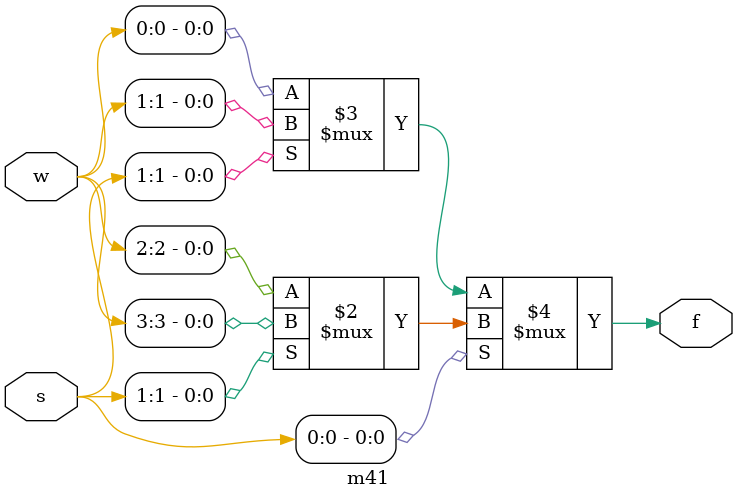
<source format=v>
module q4(b,g);
	input [3:0]b;
	output [3:0]g;
	wire c;
	assign c = b[1] ^ b[0];
	m41 s0({1'b1,1'b1,1'b0,1'b0},b[3:2],g[3]);
	m41 s1({1'b0,1'b1,1'b1,1'b0},b[3:2],g[2]);
	m41 s2({~b[1],b[1],~b[1],b[1]},b[3:2],g[1]);
	m41 s3({h,h,h,h},b[3:2],g[0]);
endmodule
	
module m41(w, s, f);
	input [3:0]w;
	input [1:0]s;
	output f;
	reg f;
	always @(w or s)
		f = s[0]? (s[1]? w[3]: w[2]) : (s[1]? w[1]: w[0]);
endmodule

</source>
